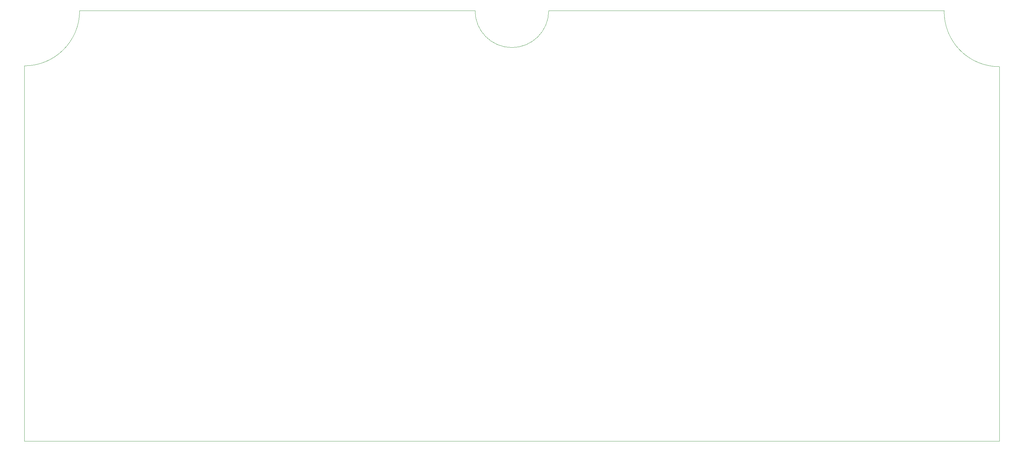
<source format=gm1>
G04 #@! TF.GenerationSoftware,KiCad,Pcbnew,7.0.2*
G04 #@! TF.CreationDate,2024-04-07T22:20:32+02:00*
G04 #@! TF.ProjectId,stm_audio_board_V3,73746d5f-6175-4646-996f-5f626f617264,rev?*
G04 #@! TF.SameCoordinates,PXae813e0PY6f86320*
G04 #@! TF.FileFunction,Profile,NP*
%FSLAX46Y46*%
G04 Gerber Fmt 4.6, Leading zero omitted, Abs format (unit mm)*
G04 Created by KiCad (PCBNEW 7.0.2) date 2024-04-07 22:20:32*
%MOMM*%
%LPD*%
G01*
G04 APERTURE LIST*
G04 #@! TA.AperFunction,Profile*
%ADD10C,0.010000*%
G04 #@! TD*
G04 APERTURE END LIST*
D10*
X-711600Y86043200D02*
X106756200Y86043200D01*
X106757587Y86043180D02*
G75*
G03*
X121808400Y70840602I14998013J-203280D01*
G01*
X-143205155Y-30956800D02*
X121808400Y-30956800D01*
X-20721599Y86043200D02*
X-128191600Y86043200D01*
X-143205155Y-30956800D02*
X-143205155Y71068714D01*
X-143205155Y71068714D02*
G75*
G03*
X-128191602Y86043200I13558J15000011D01*
G01*
X-20721599Y86043200D02*
G75*
G03*
X-711599Y86043200I10005000J0D01*
G01*
X121808400Y-30956800D02*
X121808400Y70840600D01*
M02*

</source>
